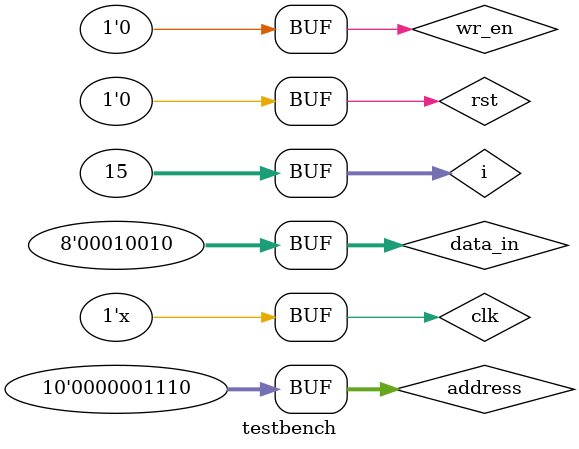
<source format=v>

module testbench ;

 reg wr_en ,clk, rst;
 reg [7:0] data_in;
 wire [7:0] data_out;
 reg [9:0] address ;
 integer i;
 
 always #20 clk = ~clk ;
 
 RAM dut(wr_en, clk, rst, data_in, address, data_out);
 
 initial begin
  
  clk = 0;
  rst = 1;
  #15 wr_en = 1;rst = 0;
  for(i = 0;i <10 ;i=i+1) begin
    address = i;
    data_in = i*2;
    #40 ;
  end
  
  wr_en = 0;
  #1
  for(i = 0;i <15 ;i=i+1) begin
    address = i ;
    #40 ;
  end
  
 end
 
endmodule

</source>
